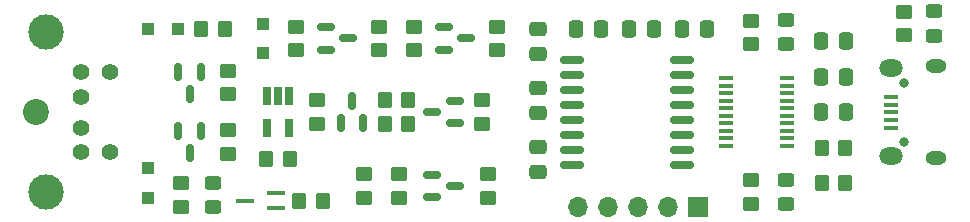
<source format=gbr>
%TF.GenerationSoftware,KiCad,Pcbnew,(6.0.7)*%
%TF.CreationDate,2022-10-12T10:01:19-04:00*%
%TF.ProjectId,minirib-usb,6d696e69-7269-4622-9d75-73622e6b6963,C*%
%TF.SameCoordinates,Original*%
%TF.FileFunction,Soldermask,Top*%
%TF.FilePolarity,Negative*%
%FSLAX46Y46*%
G04 Gerber Fmt 4.6, Leading zero omitted, Abs format (unit mm)*
G04 Created by KiCad (PCBNEW (6.0.7)) date 2022-10-12 10:01:19*
%MOMM*%
%LPD*%
G01*
G04 APERTURE LIST*
G04 Aperture macros list*
%AMRoundRect*
0 Rectangle with rounded corners*
0 $1 Rounding radius*
0 $2 $3 $4 $5 $6 $7 $8 $9 X,Y pos of 4 corners*
0 Add a 4 corners polygon primitive as box body*
4,1,4,$2,$3,$4,$5,$6,$7,$8,$9,$2,$3,0*
0 Add four circle primitives for the rounded corners*
1,1,$1+$1,$2,$3*
1,1,$1+$1,$4,$5*
1,1,$1+$1,$6,$7*
1,1,$1+$1,$8,$9*
0 Add four rect primitives between the rounded corners*
20,1,$1+$1,$2,$3,$4,$5,0*
20,1,$1+$1,$4,$5,$6,$7,0*
20,1,$1+$1,$6,$7,$8,$9,0*
20,1,$1+$1,$8,$9,$2,$3,0*%
G04 Aperture macros list end*
%ADD10R,1.700000X1.700000*%
%ADD11O,1.700000X1.700000*%
%ADD12RoundRect,0.250000X0.450000X-0.350000X0.450000X0.350000X-0.450000X0.350000X-0.450000X-0.350000X0*%
%ADD13RoundRect,0.250000X-0.475000X0.337500X-0.475000X-0.337500X0.475000X-0.337500X0.475000X0.337500X0*%
%ADD14RoundRect,0.150000X-0.875000X-0.150000X0.875000X-0.150000X0.875000X0.150000X-0.875000X0.150000X0*%
%ADD15RoundRect,0.250000X0.475000X-0.337500X0.475000X0.337500X-0.475000X0.337500X-0.475000X-0.337500X0*%
%ADD16O,0.800000X0.800000*%
%ADD17R,1.300000X0.450000*%
%ADD18O,1.800000X1.150000*%
%ADD19O,2.000000X1.450000*%
%ADD20RoundRect,0.250000X-0.450000X0.350000X-0.450000X-0.350000X0.450000X-0.350000X0.450000X0.350000X0*%
%ADD21RoundRect,0.250000X0.337500X0.475000X-0.337500X0.475000X-0.337500X-0.475000X0.337500X-0.475000X0*%
%ADD22RoundRect,0.250000X-0.350000X-0.450000X0.350000X-0.450000X0.350000X0.450000X-0.350000X0.450000X0*%
%ADD23RoundRect,0.250000X0.450000X-0.325000X0.450000X0.325000X-0.450000X0.325000X-0.450000X-0.325000X0*%
%ADD24R,1.000000X1.000000*%
%ADD25R,0.650000X1.560000*%
%ADD26RoundRect,0.150000X0.150000X-0.587500X0.150000X0.587500X-0.150000X0.587500X-0.150000X-0.587500X0*%
%ADD27RoundRect,0.250000X-0.337500X-0.475000X0.337500X-0.475000X0.337500X0.475000X-0.337500X0.475000X0*%
%ADD28RoundRect,0.250000X0.350000X0.450000X-0.350000X0.450000X-0.350000X-0.450000X0.350000X-0.450000X0*%
%ADD29RoundRect,0.150000X-0.150000X0.587500X-0.150000X-0.587500X0.150000X-0.587500X0.150000X0.587500X0*%
%ADD30RoundRect,0.250000X-0.450000X0.325000X-0.450000X-0.325000X0.450000X-0.325000X0.450000X0.325000X0*%
%ADD31RoundRect,0.150000X0.587500X0.150000X-0.587500X0.150000X-0.587500X-0.150000X0.587500X-0.150000X0*%
%ADD32R,1.200000X0.400000*%
%ADD33R,1.500000X0.450000*%
%ADD34RoundRect,0.150000X-0.587500X-0.150000X0.587500X-0.150000X0.587500X0.150000X-0.587500X0.150000X0*%
%ADD35C,2.200000*%
%ADD36C,1.400000*%
%ADD37C,3.000000*%
G04 APERTURE END LIST*
D10*
%TO.C,J3*%
X158075000Y-108000000D03*
D11*
X155535000Y-108000000D03*
X152995000Y-108000000D03*
X150455000Y-108000000D03*
X147915000Y-108000000D03*
%TD*%
D12*
%TO.C,R10*%
X118250000Y-103500000D03*
X118250000Y-101500000D03*
%TD*%
D13*
%TO.C,C7*%
X144500000Y-97962500D03*
X144500000Y-100037500D03*
%TD*%
D14*
%TO.C,U3*%
X147350000Y-95555000D03*
X147350000Y-96825000D03*
X147350000Y-98095000D03*
X147350000Y-99365000D03*
X147350000Y-100635000D03*
X147350000Y-101905000D03*
X147350000Y-103175000D03*
X147350000Y-104445000D03*
X156650000Y-104445000D03*
X156650000Y-103175000D03*
X156650000Y-101905000D03*
X156650000Y-100635000D03*
X156650000Y-99365000D03*
X156650000Y-98095000D03*
X156650000Y-96825000D03*
X156650000Y-95555000D03*
%TD*%
D15*
%TO.C,C9*%
X144500000Y-105037500D03*
X144500000Y-102962500D03*
%TD*%
D16*
%TO.C,J1*%
X175445000Y-102505000D03*
X175445000Y-97505000D03*
D17*
X174345000Y-101305000D03*
X174345000Y-100655000D03*
X174345000Y-100005000D03*
X174345000Y-99355000D03*
X174345000Y-98705000D03*
D18*
X178195000Y-96130000D03*
D19*
X174395000Y-96280000D03*
D18*
X178195000Y-103880000D03*
D19*
X174395000Y-103730000D03*
%TD*%
D20*
%TO.C,R3*%
X139750000Y-99000000D03*
X139750000Y-101000000D03*
%TD*%
D12*
%TO.C,R20*%
X134000000Y-94750000D03*
X134000000Y-92750000D03*
%TD*%
D21*
%TO.C,C6*%
X154287500Y-93000000D03*
X152212500Y-93000000D03*
%TD*%
D22*
%TO.C,R1*%
X168500000Y-103000000D03*
X170500000Y-103000000D03*
%TD*%
D12*
%TO.C,R14*%
X132750000Y-107250000D03*
X132750000Y-105250000D03*
%TD*%
D23*
%TO.C,D10*%
X165500000Y-94250000D03*
X165500000Y-92200000D03*
%TD*%
D15*
%TO.C,C8*%
X144500000Y-95037500D03*
X144500000Y-92962500D03*
%TD*%
D20*
%TO.C,R23*%
X162500000Y-92250000D03*
X162500000Y-94250000D03*
%TD*%
D24*
%TO.C,D7*%
X121250000Y-95000000D03*
X121250000Y-92500000D03*
%TD*%
D25*
%TO.C,U2*%
X123450000Y-98650000D03*
X122500000Y-98650000D03*
X121550000Y-98650000D03*
X121550000Y-101350000D03*
X123450000Y-101350000D03*
%TD*%
D12*
%TO.C,R13*%
X140250000Y-107250000D03*
X140250000Y-105250000D03*
%TD*%
D26*
%TO.C,Q2*%
X127800000Y-100937500D03*
X129700000Y-100937500D03*
X128750000Y-99062500D03*
%TD*%
D27*
%TO.C,C2*%
X147712500Y-93000000D03*
X149787500Y-93000000D03*
%TD*%
%TO.C,C10*%
X168462500Y-100000000D03*
X170537500Y-100000000D03*
%TD*%
D12*
%TO.C,R15*%
X129750000Y-107250000D03*
X129750000Y-105250000D03*
%TD*%
D28*
%TO.C,R5*%
X133500000Y-99000000D03*
X131500000Y-99000000D03*
%TD*%
D24*
%TO.C,D6*%
X111500000Y-104750000D03*
X111500000Y-107250000D03*
%TD*%
D22*
%TO.C,R21*%
X124250000Y-107500000D03*
X126250000Y-107500000D03*
%TD*%
D28*
%TO.C,R12*%
X123500000Y-104000000D03*
X121500000Y-104000000D03*
%TD*%
D20*
%TO.C,R16*%
X141000000Y-92750000D03*
X141000000Y-94750000D03*
%TD*%
D23*
%TO.C,D9*%
X117000000Y-108025000D03*
X117000000Y-105975000D03*
%TD*%
D28*
%TO.C,R2*%
X170500000Y-106000000D03*
X168500000Y-106000000D03*
%TD*%
D22*
%TO.C,R11*%
X116000000Y-93000000D03*
X118000000Y-93000000D03*
%TD*%
D12*
%TO.C,R18*%
X124000000Y-94750000D03*
X124000000Y-92750000D03*
%TD*%
D27*
%TO.C,C5*%
X156712500Y-93000000D03*
X158787500Y-93000000D03*
%TD*%
D20*
%TO.C,R19*%
X175500000Y-91500000D03*
X175500000Y-93500000D03*
%TD*%
%TO.C,R24*%
X162500000Y-105750000D03*
X162500000Y-107750000D03*
%TD*%
D29*
%TO.C,Q3*%
X115950000Y-101562500D03*
X114050000Y-101562500D03*
X115000000Y-103437500D03*
%TD*%
D21*
%TO.C,C1*%
X170537500Y-97000000D03*
X168462500Y-97000000D03*
%TD*%
D30*
%TO.C,D11*%
X165500000Y-105725000D03*
X165500000Y-107775000D03*
%TD*%
D31*
%TO.C,Q1*%
X137437500Y-100950000D03*
X137437500Y-99050000D03*
X135562500Y-100000000D03*
%TD*%
D20*
%TO.C,R17*%
X131000000Y-92750000D03*
X131000000Y-94750000D03*
%TD*%
D32*
%TO.C,U1*%
X160400000Y-97142500D03*
X160400000Y-97777500D03*
X160400000Y-98412500D03*
X160400000Y-99047500D03*
X160400000Y-99682500D03*
X160400000Y-100317500D03*
X160400000Y-100952500D03*
X160400000Y-101587500D03*
X160400000Y-102222500D03*
X160400000Y-102857500D03*
X165600000Y-102857500D03*
X165600000Y-102222500D03*
X165600000Y-101587500D03*
X165600000Y-100952500D03*
X165600000Y-100317500D03*
X165600000Y-99682500D03*
X165600000Y-99047500D03*
X165600000Y-98412500D03*
X165600000Y-97777500D03*
X165600000Y-97142500D03*
%TD*%
D33*
%TO.C,Q8*%
X122330000Y-108150000D03*
X122330000Y-106850000D03*
X119670000Y-107500000D03*
%TD*%
D34*
%TO.C,Q6*%
X136562500Y-92800000D03*
X136562500Y-94700000D03*
X138437500Y-93750000D03*
%TD*%
D29*
%TO.C,Q4*%
X115950000Y-96562500D03*
X114050000Y-96562500D03*
X115000000Y-98437500D03*
%TD*%
D34*
%TO.C,Q5*%
X135562500Y-105300000D03*
X135562500Y-107200000D03*
X137437500Y-106250000D03*
%TD*%
D21*
%TO.C,C4*%
X170537500Y-94000000D03*
X168462500Y-94000000D03*
%TD*%
D24*
%TO.C,D5*%
X114000000Y-93000000D03*
X111500000Y-93000000D03*
%TD*%
D34*
%TO.C,Q7*%
X126562500Y-92800000D03*
X126562500Y-94700000D03*
X128437500Y-93750000D03*
%TD*%
D20*
%TO.C,R9*%
X118250000Y-96500000D03*
X118250000Y-98500000D03*
%TD*%
D28*
%TO.C,R4*%
X133500000Y-101000000D03*
X131500000Y-101000000D03*
%TD*%
D30*
%TO.C,D8*%
X178000000Y-91475000D03*
X178000000Y-93525000D03*
%TD*%
D35*
%TO.C,J2*%
X102000000Y-100000000D03*
D36*
X105800000Y-101300000D03*
X105800000Y-98700000D03*
X105800000Y-103400000D03*
X105800000Y-96600000D03*
X108300000Y-103400000D03*
X108300000Y-96600000D03*
D37*
X102800000Y-106750000D03*
X102800000Y-93250000D03*
%TD*%
D20*
%TO.C,R8*%
X125750000Y-99000000D03*
X125750000Y-101000000D03*
%TD*%
D12*
%TO.C,R22*%
X114250000Y-108000000D03*
X114250000Y-106000000D03*
%TD*%
M02*

</source>
